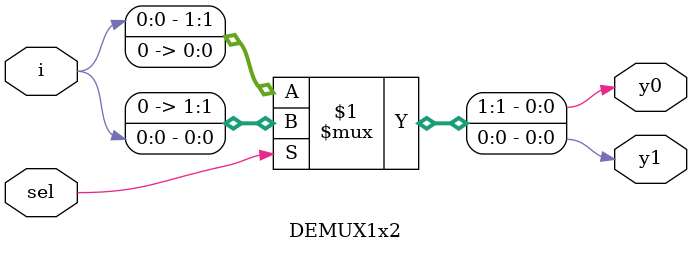
<source format=v>
`timescale 1ns / 1ps


module DEMUX1x2(input i ,sel,output y0,y1);
assign {y0,y1}=sel?{1'b0,i}:{i,1'b0};
endmodule

</source>
